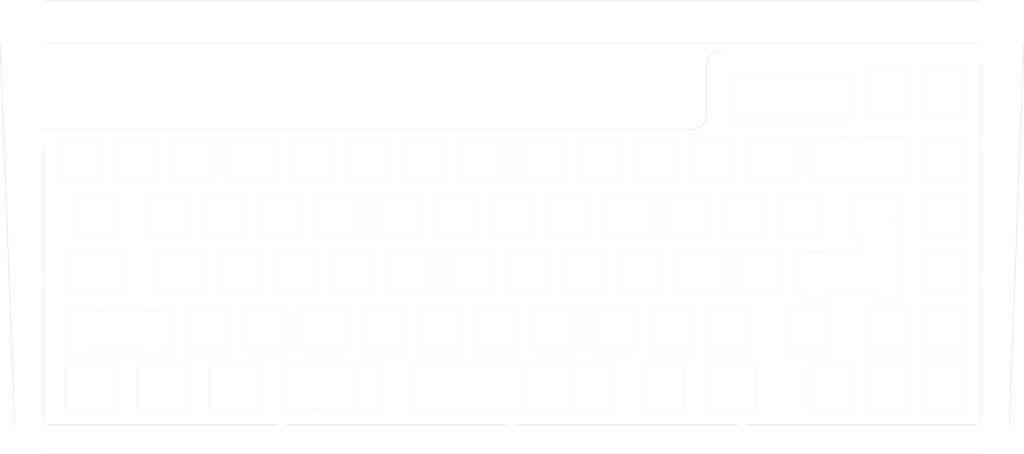
<source format=kicad_pcb>
(kicad_pcb (version 20211014) (generator pcbnew)
  (layers (0 "F.Cu" signal) (31 "B.Cu" signal) (34 "B.Paste" user) (35 "F.Paste" user) (36 "B.SilkS" user "B.Silkscreen") (37 "F.SilkS" user "F.Silkscreen") (38 "B.Mask" user) (39 "F.Mask" user) (44 "Edge.Cuts" user))
  (net 0 "")
  (footprint "MountingHole:MountingHole_2.2mm_M2" (layer "F.Cu") (at 286.5 166.9625)
    (fp_text reference "REF**" hide)
    (fp_text value "MountingHole_2.2mm_M2")
    (pad "" np_thru_hole circle locked (at 0 0) (size 2.2 2.2) (drill 2.2) (layers *.Cu *.Mask))
  )
  (footprint "" (layer "F.Cu") (at 54.9125 73.85)
    (fp_text reference "" (at 0 0) (layer "F.SilkS") (effects (font (size 1.27 1.27))))
    (fp_text value "" (at 0 0) (layer "F.SilkS") (effects (font (size 1.27 1.27))))
    (pad "" np_thru_hole circle locked (at 0 0) (size 2.2 2.2) (drill 2.2) (layers *.Cu *.Mask))
  )
  (footprint "" (layer "F.Cu") (at 54.9125 166.9625)
    (fp_text reference "" (at 0 0) (layer "F.SilkS") (effects (font (size 1.27 1.27))))
    (fp_text value "" (at 0 0) (layer "F.SilkS") (effects (font (size 1.27 1.27))))
    (pad "" np_thru_hole circle locked (at 0 0) (size 2.2 2.2) (drill 2.2) (layers *.Cu *.Mask))
  )
  (footprint "MountingHole:MountingHole_2.2mm_M2" (layer "F.Cu") (at 54.9125 119.2125)
    (fp_text reference "REF**" hide)
    (fp_text value "MountingHole_2.2mm_M2")
    (pad "" np_thru_hole circle locked (at 0 0) (size 2.2 2.2) (drill 2.2) (layers *.Cu *.Mask))
  )
  (footprint "MountingHole:MountingHole_2.2mm_M2" (layer "F.Cu") (at 365.2875 166.9625)
    (fp_text reference "REF**" hide)
    (fp_text value "MountingHole_2.2mm_M2")
    (pad "" np_thru_hole circle locked (at 0 0) (size 2.2 2.2) (drill 2.2) (layers *.Cu *.Mask))
  )
  (footprint "MountingHole:MountingHole_2.2mm_M2" (layer "F.Cu") (at 54.9125 73.85)
    (fp_text reference "REF**" hide)
    (fp_text value "MountingHole_2.2mm_M2")
    (pad "" np_thru_hole circle locked (at 0 0) (size 2.2 2.2) (drill 2.2) (layers *.Cu *.Mask))
  )
  (footprint "MountingHole:MountingHole_2.2mm_M2" (layer "F.Cu") (at 365.2875 73.85)
    (fp_text reference "REF**" hide)
    (fp_text value "MountingHole_2.2mm_M2")
    (pad "" np_thru_hole circle locked (at 0 0) (size 2.2 2.2) (drill 2.2) (layers *.Cu *.Mask))
  )
  (footprint "MountingHole:MountingHole_2.2mm_M2" (layer "F.Cu") (at 54.9125 166.9625)
    (fp_text reference "REF**" hide)
    (fp_text value "MountingHole_2.2mm_M2")
    (pad "" np_thru_hole circle locked (at 0 0) (size 2.2 2.2) (drill 2.2) (layers *.Cu *.Mask))
  )
  (footprint "MountingHole:MountingHole_2.2mm_M2" (layer "F.Cu") (at 365.2875 119.2125)
    (fp_text reference "REF**" hide)
    (fp_text value "MountingHole_2.2mm_M2")
    (pad "" np_thru_hole circle locked (at 0 0) (size 2.2 2.2) (drill 2.2) (layers *.Cu *.Mask))
  )
  (footprint "MountingHole:MountingHole_2.2mm_M2" (layer "F.Cu") (at 210.1 166.9625)
    (fp_text reference "REF**" hide)
    (fp_text value "MountingHole_2.2mm_M2")
    (pad "" np_thru_hole circle locked (at 0 0) (size 2.2 2.2) (drill 2.2) (layers *.Cu *.Mask))
  )
  (footprint "MountingHole:MountingHole_2.2mm_M2" (layer "F.Cu") (at 133.7 166.9625)
    (fp_text reference "REF**" hide)
    (fp_text value "MountingHole_2.2mm_M2")
    (pad "" np_thru_hole circle locked (at 0 0) (size 2.2 2.2) (drill 2.2) (layers *.Cu *.Mask))
  )
  (gr_line (start 207.55 85.125) (end 207.55 72.125) (layer "Edge.Cuts") (width 0.05))
  (gr_line (start 260.7 147.025) (end 254.7 147.025) (layer "Edge.Cuts") (width 0.05))
  (gr_arc (start 131.15 85.125) (mid 131.003553 85.478553) (end 130.65 85.625) (layer "Edge.Cuts") (width 0.05))
  (gr_arc (start 222.2 91.225) (mid 222.346447 90.871447) (end 222.7 90.725) (layer "Edge.Cuts") (width 0.05))
  (gr_arc (start 213.0995 147.025) (mid 213.453053 147.171447) (end 213.5995 147.525) (layer "Edge.Cuts") (width 0.05))
  (gr_line (start 73.35 71.625) (end 60.35 71.625) (layer "Edge.Cuts") (width 0.05))
  (gr_arc (start 187.95 71.625) (mid 188.303553 71.771447) (end 188.45 72.125) (layer "Edge.Cuts") (width 0.05))
  (gr_line (start 203.6 104.725) (end 216.6 104.725) (layer "Edge.Cuts") (width 0.05))
  (gr_line (start 338.3625 91.837) (end 336.475 91.837) (layer "Edge.Cuts") (width 0.05))
  (gr_line (start 227.475 123.825) (end 240.475 123.825) (layer "Edge.Cuts") (width 0.05))
  (gr_line (start 94.2255 143.425) (end 94.225 142.93) (layer "Edge.Cuts") (width 0.05))
  (gr_arc (start 94.2255 143.425) (mid 94.079053 143.778553) (end 93.7255 143.925) (layer "Edge.Cuts") (width 0.05))
  (gr_line (start 202.275 109.825) (end 189.275 109.825) (layer "Edge.Cuts") (width 0.05))
  (gr_line (start 298.6 91.225) (end 298.6 104.225) (layer "Edge.Cuts") (width 0.05))
  (gr_line (start 165.8505 161.525) (end 165.8505 147.525) (layer "Edge.Cuts") (width 0.05))
  (gr_line (start 327.75 142.925) (end 340.75 142.925) (layer "Edge.Cuts") (width 0.05))
  (gr_line (start 110.4875 162.025) (end 125.875 162.025) (layer "Edge.Cuts") (width 0.05))
  (gr_line (start 365.2875 176.675) (end 54.9125 176.675) (layer "Edge.Cuts") (width 0.15))
  (gr_arc (start 215.0375 148.525) (mid 215.183947 148.171447) (end 215.5375 148.025) (layer "Edge.Cuts") (width 0.05))
  (gr_arc (start 291.1125 161.525) (mid 290.966053 161.878553) (end 290.6125 162.025) (layer "Edge.Cuts") (width 0.05))
  (gr_line (start 160.125 129.425) (end 160.125 142.425) (layer "Edge.Cuts") (width 0.05))
  (gr_line (start 176.8375 148.525) (end 176.8375 161.525) (layer "Edge.Cuts") (width 0.05))
  (gr_line (start 307.3745 124.825) (end 313.3745 124.825) (layer "Edge.Cuts") (width 0.05))
  (gr_line (start 260.4 91.225) (end 260.4 104.225) (layer "Edge.Cuts") (width 0.05))
  (gr_arc (start 284.275 110.325) (mid 284.421447 109.971447) (end 284.775 109.825) (layer "Edge.Cuts") (width 0.05))
  (gr_arc (start 256.125 142.925) (mid 255.771447 142.778553) (end 255.625 142.425) (layer "Edge.Cuts") (width 0.05))
  (gr_line (start 207.875 110.325) (end 207.875 123.325) (layer "Edge.Cuts") (width 0.05))
  (gr_line (start 312.1 90.725) (end 299.1 90.725) (layer "Edge.Cuts") (width 0.05))
  (gr_arc (start 202.275 109.825) (mid 202.628553 109.971447) (end 202.775 110.325) (layer "Edge.Cuts") (width 0.05))
  (gr_line (start 150.25 85.125) (end 150.25 72.125) (layer "Edge.Cuts") (width 0.05))
  (gr_line (start 62.7375 162.025) (end 78.125 162.025) (layer "Edge.Cuts") (width 0.05))
  (gr_arc (start 102 148.025) (mid 102.353553 148.171447) (end 102.5 148.525) (layer "Edge.Cuts") (width 0.05))
  (gr_line (start 265.175 110.325) (end 265.175 123.325) (layer "Edge.Cuts") (width 0.05))
  (gr_arc (start 107.6 91.225) (mid 107.746447 90.871447) (end 108.1 90.725) (layer "Edge.Cuts") (width 0.05))
  (gr_arc (start 110.4875 162.025) (mid 110.133947 161.878553) (end 109.9875 161.525) (layer "Edge.Cuts") (width 0.05))
  (gr_line (start 136.25 72.125) (end 136.25 85.125) (layer "Edge.Cuts") (width 0.05))
  (gr_line (start 164.575 123.325) (end 164.575 110.325) (layer "Edge.Cuts") (width 0.05))
  (gr_line (start 273.9 90.725) (end 260.9 90.725) (layer "Edge.Cuts") (width 0.05))
  (gr_arc (start 360.35 123.325) (mid 360.203553 123.678553) (end 359.85 123.825) (layer "Edge.Cuts") (width 0.05))
  (gr_arc (start 290.6125 148.025) (mid 290.966053 148.171447) (end 291.1125 148.525) (layer "Edge.Cuts") (width 0.05))
  (gr_arc (start 253.7375 162.025) (mid 253.383947 161.878553) (end 253.2375 161.525) (layer "Edge.Cuts") (width 0.05))
  (gr_line (start 174.45 72.125) (end 174.45 85.125) (layer "Edge.Cuts") (width 0.05))
  (gr_line (start 322.975 104.725) (end 324.8625 104.725) (layer "Edge.Cuts") (width 0.05))
  (gr_line (start 297.775 109.825) (end 284.775 109.825) (layer "Edge.Cuts") (width 0.05))
  (gr_arc (start 60.35 85.625) (mid 59.996447 85.478553) (end 59.85 85.125) (layer "Edge.Cuts") (width 0.05))
  (gr_arc (start 230.9755 162.025) (mid 230.621947 161.878553) (end 230.4755 161.525) (layer "Edge.Cuts") (width 0.05))
  (gr_line (start 121.1 90.725) (end 108.1 90.725) (layer "Edge.Cuts") (width 0.05))
  (gr_arc (start 174.45 72.125) (mid 174.596447 71.771447) (end 174.95 71.625) (layer "Edge.Cuts") (width 0.05))
  (gr_line (start 333.138 85.625) (end 333.138 86.125) (layer "Edge.Cuts") (width 0.05))
  (gr_arc (start 62.2375 148.525) (mid 62.383947 148.171447) (end 62.7375 148.025) (layer "Edge.Cuts") (width 0.05))
  (gr_arc (start 346.35 129.425) (mid 346.496447 129.071447) (end 346.85 128.925) (layer "Edge.Cuts") (width 0.05))
  (gr_line (start 346.85 123.825) (end 359.85 123.825) (layer "Edge.Cuts") (width 0.05))
  (gr_line (start 106.775 109.825) (end 93.775 109.825) (layer "Edge.Cuts") (width 0.05))
  (gr_arc (start 265.675 123.825) (mid 265.321447 123.678553) (end 265.175 123.325) (layer "Edge.Cuts") (width 0.05))
  (gr_arc (start 93.775 123.825) (mid 93.421447 123.678553) (end 93.275 123.325) (layer "Edge.Cuts") (width 0.05))
  (gr_line (start 324.8625 104.725) (end 324.8625 109.825) (layer "Edge.Cuts") (width 0.05))
  (gr_arc (start 78.95 72.125) (mid 79.096447 71.771447) (end 79.45 71.625) (layer "Edge.Cuts") (width 0.05))
  (gr_arc (start 157.4125 161.525) (mid 157.266053 161.878553) (end 156.9125 162.025) (layer "Edge.Cuts") (width 0.05))
  (gr_line (start 260.9 104.725) (end 273.9 104.725) (layer "Edge.Cuts") (width 0.05))
  (gr_arc (start 322.275 65.25) (mid 322.05533 65.78033) (end 321.525 66) (layer "Edge.Cuts") (width 0.05))
  (gr_line (start 256.125 142.925) (end 269.125 142.925) (layer "Edge.Cuts") (width 0.05))
  (gr_arc (start 217.425 129.425) (mid 217.571447 129.071447) (end 217.925 128.925) (layer "Edge.Cuts") (width 0.05))
  (gr_arc (start 253.2375 148.525) (mid 253.383947 148.171447) (end 253.7375 148.025) (layer "Edge.Cuts") (width 0.05))
  (gr_arc (start 245.25 71.625) (mid 245.603553 71.771447) (end 245.75 72.125) (layer "Edge.Cuts") (width 0.05))
  (gr_line (start 92.45 71.625) (end 79.45 71.625) (layer "Edge.Cuts") (width 0.05))
  (gr_line (start 282.275 51.25) (end 282.275 65) (layer "Edge.Cuts") (width 0.05))
  (gr_arc (start 80.5125 109.825) (mid 80.866053 109.971447) (end 81.0125 110.325) (layer "Edge.Cuts") (width 0.05))
  (gr_arc (start 346.85 123.825) (mid 346.496447 123.678553) (end 346.35 123.325) (layer "Edge.Cuts") (width 0.05))
  (gr_arc (start 110.4875 162.025) (mid 110.133947 161.878553) (end 109.9875 161.525) (layer "Edge.Cuts") (width 0.05))
  (gr_arc (start 236.2 104.225) (mid 236.053553 104.578553) (end 235.7 104.725) (layer "Edge.Cuts") (width 0.05))
  (gr_line (start 322.475 91.225) (end 322.475 104.225) (layer "Edge.Cuts") (width 0.05))
  (gr_line (start 365.2875 40.5875) (end 54.9125 40.5875) (layer "Edge.Cuts") (width 0.15))
  (gr_line (start 187.95 71.625) (end 174.95 71.625) (layer "Edge.Cuts") (width 0.05))
  (gr_line (start 131.475 110.325) (end 131.475 123.325) (layer "Edge.Cuts") (width 0.05))
  (gr_line (start 283.45 71.625) (end 270.45 71.625) (layer "Edge.Cuts") (width 0.05))
  (gr_line (start 78.625 104.225) (end 78.625 91.225) (layer "Edge.Cuts") (width 0.05))
  (gr_line (start 78.125 148.025) (end 62.7375 148.025) (layer "Edge.Cuts") (width 0.05))
  (gr_line (start 338.3625 115.713) (end 337.7505 115.713) (layer "Edge.Cuts") (width 0.05))
  (gr_line (start 338.8625 113.775) (end 338.8625 100.775) (layer "Edge.Cuts") (width 0.05))
  (gr_arc (start 154.525 128.925) (mid 154.878553 129.071447) (end 155.025 129.425) (layer "Edge.Cuts") (width 0.05))
  (gr_arc (start 146.4 147.025) (mid 146.753553 147.171447) (end 146.9 147.525) (layer "Edge.Cuts") (width 0.05))
  (gr_arc (start 207.05 71.625) (mid 207.403553 71.771447) (end 207.55 72.125) (layer "Edge.Cuts") (width 0.05))
  (gr_line (start 254.2 148.025) (end 253.7375 148.025) (layer "Edge.Cuts") (width 0.05))
  (gr_arc (start 346.85 85.625) (mid 346.496447 85.478553) (end 346.35 85.125) (layer "Edge.Cuts") (width 0.05))
  (gr_arc (start 338.8625 113.775) (mid 338.716053 114.128553) (end 338.3625 114.275) (layer "Edge.Cuts") (width 0.05))
  (gr_line (start 183.175 109.825) (end 170.175 109.825) (layer "Edge.Cuts") (width 0.05))
  (gr_arc (start 62.2375 110.325) (mid 62.383947 109.971447) (end 62.7375 109.825) (layer "Edge.Cuts") (width 0.05))
  (gr_arc (start 229.0375 161.525) (mid 228.891053 161.878553) (end 228.5375 162.025) (layer "Edge.Cuts") (width 0.05))
  (gr_line (start 194.05 162.025) (end 207.05 162.025) (layer "Edge.Cuts") (width 0.05))
  (gr_line (start 102 90.725) (end 89 90.725) (layer "Edge.Cuts") (width 0.05))
  (gr_arc (start 274.5625 47.5875) (mid 275.961065 44.211065) (end 279.3375 42.8125) (layer "Edge.Cuts") (width 0.15))
  (gr_arc (start 109.9875 148.525) (mid 110.133947 148.171447) (end 110.4875 148.025) (layer "Edge.Cuts") (width 0.05))
  (gr_arc (start 264.85 85.125) (mid 264.703553 85.478553) (end 264.35 85.625) (layer "Edge.Cuts") (width 0.05))
  (gr_line (start 203.1 91.225) (end 203.1 104.225) (layer "Edge.Cuts") (width 0.05))
  (gr_line (start 215.0375 148.525) (end 215.0375 161.525) (layer "Edge.Cuts") (width 0.05))
  (gr_arc (start 298.275 123.325) (mid 298.128553 123.678553) (end 297.775 123.825) (layer "Edge.Cuts") (width 0.05))
  (gr_line (start 112.375 110.325) (end 112.375 123.325) (layer "Edge.Cuts") (width 0.05))
  (gr_line (start 228.5375 148.025) (end 215.5375 148.025) (layer "Edge.Cuts") (width 0.05))
  (gr_line (start 274.725 129.425) (end 274.725 142.425) (layer "Edge.Cuts") (width 0.05))
  (gr_line (start 255.3 104.225) (end 255.3 91.225) (layer "Edge.Cuts") (width 0.05))
  (gr_arc (start 102.5 104.225) (mid 102.353553 104.578553) (end 102 104.725) (layer "Edge.Cuts") (width 0.05))
  (gr_line (start 336.475 91.837) (end 336.475 91.225) (layer "Edge.Cuts") (width 0.05))
  (gr_line (start 250.525 142.425) (end 250.525 129.425) (layer "Edge.Cuts") (width 0.05))
  (gr_line (start 126.375 123.325) (end 126.375 110.325) (layer "Edge.Cuts") (width 0.05))
  (gr_arc (start 141.025 129.425) (mid 141.171447 129.071447) (end 141.525 128.925) (layer "Edge.Cuts") (width 0.05))
  (gr_line (start 102.5 104.225) (end 102.5 91.225) (layer "Edge.Cuts") (width 0.05))
  (gr_arc (start 280 104.725) (mid 279.646447 104.578553) (end 279.5 104.225) (layer "Edge.Cuts") (width 0.05))
  (gr_line (start 253.7375 162.025) (end 266.7375 162.025) (layer "Edge.Cuts") (width 0.05))
  (gr_arc (start 176.8375 148.525) (mid 176.983947 148.171447) (end 177.3375 148.025) (layer "Edge.Cuts") (width 0.05))
  (gr_arc (start 322.15 161.525) (mid 322.003553 161.878553) (end 321.65 162.025) (layer "Edge.Cuts") (width 0.05))
  (gr_arc (start 215.5375 162.025) (mid 215.183947 161.878553) (end 215.0375 161.525) (layer "Edge.Cuts") (width 0.05))
  (gr_arc (start 327.75 142.925) (mid 327.396447 142.778553) (end 327.25 142.425) (layer "Edge.Cuts") (width 0.05))
  (gr_line (start 206.5995 147.525) (end 206.5995 148.02) (layer "Edge.Cuts") (width 0.05))
  (gr_line (start 117.65 85.625) (end 130.65 85.625) (layer "Edge.Cuts") (width 0.05))
  (gr_line (start 340.75 148.025) (end 327.75 148.025) (layer "Edge.Cuts") (width 0.05))
  (gr_line (start 329.3125 123.325) (end 329.3125 122.713) (layer "Edge.Cuts") (width 0.05))
  (gr_line (start 330.7505 122.713) (end 330.7505 124.325) (layer "Edge.Cuts") (width 0.05))
  (gr_line (start 221.375 109.825) (end 208.375 109.825) (layer "Edge.Cuts") (width 0.05))
  (gr_arc (start 340.75 128.925) (mid 341.103553 129.071447) (end 341.25 129.425) (layer "Edge.Cuts") (width 0.05))
  (gr_arc (start 359.85 71.625) (mid 360.203553 71.771447) (end 360.35 72.125) (layer "Edge.Cuts") (width 0.05))
  (gr_line (start 327.025 48) (end 327.025 65.75) (layer "Edge.Cuts") (width 0.05))
  (gr_line (start 327.025 65.75) (end 341.525 65.75) (layer "Edge.Cuts") (width 0.05))
  (gr_arc (start 275.225 162.025) (mid 274.871447 161.878553) (end 274.725 161.525) (layer "Edge.Cuts") (width 0.05))
  (gr_arc (start 359.85 148.025) (mid 360.203553 148.171447) (end 360.35 148.525) (layer "Edge.Cuts") (width 0.05))
  (gr_line (start 140.2 90.725) (end 127.2 90.725) (layer "Edge.Cuts") (width 0.05))
  (gr_arc (start 155.35 72.125) (mid 155.496447 71.771447) (end 155.85 71.625) (layer "Edge.Cuts") (width 0.05))
  (gr_line (start 283.95 85.125) (end 283.95 72.125) (layer "Edge.Cuts") (width 0.05))
  (gr_line (start 116.825 142.425) (end 116.825 129.425) (layer "Edge.Cuts") (width 0.05))
  (gr_line (start 134.9745 147.525) (end 134.9745 161.525) (layer "Edge.Cuts") (width 0.05))
  (gr_arc (start 346.35 110.325) (mid 346.496447 109.971447) (end 346.85 109.825) (layer "Edge.Cuts") (width 0.05))
  (gr_line (start 143.9125 162.025) (end 156.9125 162.025) (layer "Edge.Cuts") (width 0.05))
  (gr_line (start 213.5995 161.525) (end 213.5995 147.525) (layer "Edge.Cuts") (width 0.05))
  (gr_arc (start 213.15 85.625) (mid 212.796447 85.478553) (end 212.65 85.125) (layer "Edge.Cuts") (width 0.05))
  (gr_arc (start 203.6 104.725) (mid 203.246447 104.578553) (end 203.1 104.225) (layer "Edge.Cuts") (width 0.05))
  (gr_arc (start 150.575 110.325) (mid 150.721447 109.971447) (end 151.075 109.825) (layer "Edge.Cuts") (width 0.05))
  (gr_line (start 62.7375 123.825) (end 80.5125 123.825) (layer "Edge.Cuts") (width 0.05))
  (gr_line (start 324.8625 109.825) (end 303.875 109.825) (layer "Edge.Cuts") (width 0.05))
  (gr_arc (start 87.7255 143.925) (mid 87.371947 143.778553) (end 87.2255 143.425) (layer "Edge.Cuts") (width 0.05))
  (gr_line (start 313.8745 124.325) (end 313.8745 123.825) (layer "Edge.Cuts") (width 0.05))
  (gr_line (start 235.7 90.725) (end 222.7 90.725) (layer "Edge.Cuts") (width 0.05))
  (gr_line (start 293 90.725) (end 280 90.725) (layer "Edge.Cuts") (width 0.05))
  (gr_arc (start 213.5995 161.525) (mid 213.453053 161.878553) (end 213.0995 162.025) (layer "Edge.Cuts") (width 0.05))
  (gr_arc (start 164.9 91.225) (mid 165.046447 90.871447) (end 165.4 90.725) (layer "Edge.Cuts") (width 0.05))
  (gr_arc (start 240.975 123.325) (mid 240.828553 123.678553) (end 240.475 123.825) (layer "Edge.Cuts") (width 0.05))
  (gr_line (start 360.35 104.225) (end 360.35 91.225) (layer "Edge.Cuts") (width 0.05))
  (gr_line (start 145.475 123.325) (end 145.475 110.325) (layer "Edge.Cuts") (width 0.05))
  (gr_arc (start 338.3625 115.713) (mid 338.716053 115.859447) (end 338.8625 116.213) (layer "Edge.Cuts") (width 0.05))
  (gr_line (start 112.05 85.125) (end 112.05 72.125) (layer "Edge.Cuts") (width 0.05))
  (gr_arc (start 183.175 109.825) (mid 183.528553 109.971447) (end 183.675 110.325) (layer "Edge.Cuts") (width 0.05))
  (gr_arc (start 314.9875 142.425) (mid 314.841053 142.778553) (end 314.4875 142.925) (layer "Edge.Cuts") (width 0.05))
  (gr_line (start 245.75 85.125) (end 245.75 72.125) (layer "Edge.Cuts") (width 0.05))
  (gr_line (start 193.225 142.425) (end 193.225 129.425) (layer "Edge.Cuts") (width 0.05))
  (gr_arc (start 211.825 128.925) (mid 212.178553 129.071447) (end 212.325 129.425) (layer "Edge.Cuts") (width 0.05))
  (gr_line (start 98.55 85.625) (end 111.55 85.625) (layer "Edge.Cuts") (width 0.05))
  (gr_line (start 279.5 91.225) (end 279.5 104.225) (layer "Edge.Cuts") (width 0.05))
  (gr_line (start 346.85 162.025) (end 359.85 162.025) (layer "Edge.Cuts") (width 0.05))
  (gr_arc (start 127.2 104.725) (mid 126.846447 104.578553) (end 126.7 104.225) (layer "Edge.Cuts") (width 0.05))
  (gr_line (start 155.85 85.625) (end 168.85 85.625) (layer "Edge.Cuts") (width 0.05))
  (gr_arc (start 112.05 85.125) (mid 111.903553 85.478553) (end 111.55 85.625) (layer "Edge.Cuts") (width 0.05))
  (gr_arc (start 112.875 123.825) (mid 112.521447 123.678553) (end 112.375 123.325) (layer "Edge.Cuts") (width 0.05))
  (gr_line (start 340.75 71.625) (end 327.75 71.625) (layer "Edge.Cuts") (width 0.05))
  (gr_arc (start 340.75 71.625) (mid 341.103553 71.771447) (end 341.25 72.125) (layer "Edge.Cuts") (width 0.05))
  (gr_line (start 70.3495 143.425) (end 70.345 142.93) (layer "Edge.Cuts") (width 0.05))
  (gr_arc (start 193.55 72.125) (mid 193.696447 71.771447) (end 194.05 71.625) (layer "Edge.Cuts") (width 0.05))
  (gr_arc (start 63.8495 143.925) (mid 63.495947 143.778553) (end 63.3495 143.425) (layer "Edge.Cuts") (width 0.05))
  (gr_line (start 314.4875 128.925) (end 301.4875 128.925) (layer "Edge.Cuts") (width 0.05))
  (gr_arc (start 165.3505 147.025) (mid 165.704053 147.171447) (end 165.8505 147.525) (layer "Edge.Cuts") (width 0.05))
  (gr_line (start 157.4125 161.525) (end 157.4125 148.525) (layer "Edge.Cuts") (width 0.05))
  (gr_line (start 93.7255 128.925) (end 87.7255 128.925) (layer "Edge.Cuts") (width 0.05))
  (gr_arc (start 346.85 142.925) (mid 346.496447 142.778553) (end 346.35 142.425) (layer "Edge.Cuts") (width 0.05))
  (gr_line (start 266.7375 148.025) (end 261.2 148.025) (layer "Edge.Cuts") (width 0.05))
  (gr_line (start 222.7 104.725) (end 235.7 104.725) (layer "Edge.Cuts") (width 0.05))
  (gr_line (start 360.35 161.525) (end 360.35 148.525) (layer "Edge.Cuts") (width 0.05))
  (gr_line (start 103.325 142.925) (end 116.325 142.925) (layer "Edge.Cuts") (width 0.05))
  (gr_line (start 62.2375 148.525) (end 62.2375 161.525) (layer "Edge.Cuts") (width 0.05))
  (gr_line (start 135.425 128.925) (end 122.425 128.925) (layer "Edge.Cuts") (width 0.05))
  (gr_line (start 198.825 142.925) (end 211.825 142.925) (layer "Edge.Cuts") (width 0.05))
  (gr_arc (start 184 91.225) (mid 184.146447 90.871447) (end 184.5 90.725) (layer "Edge.Cuts") (width 0.05))
  (gr_line (start 274.4 104.225) (end 274.4 91.225) (layer "Edge.Cuts") (width 0.05))
  (gr_arc (start 206.5995 147.525) (mid 206.745947 147.171447) (end 207.0995 147.025) (layer "Edge.Cuts") (width 0.05))
  (gr_arc (start 251.35 85.625) (mid 250.996447 85.478553) (end 250.85 85.125) (layer "Edge.Cuts") (width 0.05))
  (gr_arc (start 270.45 85.625) (mid 270.096447 85.478553) (end 269.95 85.125) (layer "Edge.Cuts") (width 0.05))
  (gr_line (start 346.35 110.325) (end 346.35 123.325) (layer "Edge.Cuts") (width 0.05))
  (gr_line (start 188.45 85.125) (end 188.45 72.125) (layer "Edge.Cuts") (width 0.05))
  (gr_arc (start 346.85 104.725) (mid 346.496447 104.578553) (end 346.35 104.225) (layer "Edge.Cuts") (width 0.05))
  (gr_arc (start 73.85 85.125) (mid 73.703553 85.478553) (end 73.35 85.625) (layer "Edge.Cuts") (width 0.05))
  (gr_line (start 168.85 71.625) (end 155.85 71.625) (layer "Edge.Cuts") (width 0.05))
  (gr_line (start 237.025 142.925) (end 250.025 142.925) (layer "Edge.Cuts") (width 0.05))
  (gr_line (start 327.25 129.425) (end 327.25 142.425) (layer "Edge.Cuts") (width 0.05))
  (gr_line (start 213.0995 147.025) (end 207.0995 147.025) (layer "Edge.Cuts") (width 0.05))
  (gr_line (start 240.475 109.825) (end 227.475 109.825) (layer "Edge.Cuts") (width 0.05))
  (gr_line (start 63.3495 142.93) (end 63.3495 143.425) (layer "Edge.Cuts") (width 0.05))
  (gr_line (start 146.3 104.725) (end 159.3 104.725) (layer "Edge.Cuts") (width 0.05))
  (gr_arc (start 156.9125 148.025) (mid 157.266053 148.171447) (end 157.4125 148.525) (layer "Edge.Cuts") (width 0.05))
  (gr_arc (start 340.75 148.025) (mid 341.103553 148.171447) (end 341.25 148.525) (layer "Edge.Cuts") (width 0.05))
  (gr_arc (start 106.775 109.825) (mid 107.128553 109.971447) (end 107.275 110.325) (layer "Edge.Cuts") (width 0.05))
  (gr_arc (start 62.7375 162.025) (mid 62.383947 161.878553) (end 62.2375 161.525) (layer "Edge.Cuts") (width 0.05))
  (gr_arc (start 242.1125 161.525) (mid 241.966053 161.878553) (end 241.6125 162.025) (layer "Edge.Cuts") (width 0.05))
  (gr_line (start 316.262 85.625) (end 333.138 85.625) (layer "Edge.Cuts") (width 0.05))
  (gr_line (start 81.0125 123.325) (end 81.0125 110.325) (layer "Edge.Cuts") (width 0.05))
  (gr_arc (start 134.9745 147.525) (mid 135.120947 147.171447) (end 135.4745 147.025) (layer "Edge.Cuts") (width 0.05))
  (gr_line (start 97.725 142.425) (end 97.725 129.425) (layer "Edge.Cuts") (width 0.05))
  (gr_line (start 261.2 148.025) (end 261.2 147.525) (layer "Edge.Cuts") (width 0.05))
  (gr_line (start 62.7375 142.925) (end 63.3495 142.93) (layer "Edge.Cuts") (width 0.05))
  (gr_arc (start 254.2 147.525) (mid 254.346447 147.171447) (end 254.7 147.025) (layer "Edge.Cuts") (width 0.05))
  (gr_line (start 198 104.225) (end 198 91.225) (layer "Edge.Cuts") (width 0.05))
  (gr_line (start 267.2375 161.525) (end 267.2375 148.525) (layer "Edge.Cuts") (width 0.05))
  (gr_arc (start 360.35 85.125) (mid 360.203553 85.478553) (end 359.85 85.625) (layer "Edge.Cuts") (width 0.05))
  (gr_arc (start 78.125 148.025) (mid 78.478553 148.171447) (end 78.625 148.525) (layer "Edge.Cuts") (width 0.05))
  (gr_line (start 136.75 85.625) (end 149.75 85.625) (layer "Edge.Cuts") (width 0.05))
  (gr_arc (start 267.2375 161.525) (mid 267.091053 161.878553) (end 266.7375 162.025) (layer "Edge.Cuts") (width 0.05))
  (gr_line (start 64.625 91.225) (end 64.625 104.225) (layer "Edge.Cuts") (width 0.05))
  (gr_line (start 254.2 148.02) (end 254.2 147.525) (layer "Edge.Cuts") (width 0.05))
  (gr_line (start 193.55 72.125) (end 193.55 85.125) (layer "Edge.Cuts") (width 0.05))
  (gr_line (start 63.8495 143.925) (end 69.8495 143.925) (layer "Edge.Cuts") (width 0.05))
  (gr_line (start 169.675 110.325) (end 169.675 123.325) (layer "Edge.Cuts") (width 0.05))
  (gr_arc (start 78.625 104.225) (mid 78.478553 104.578553) (end 78.125 104.725) (layer "Edge.Cuts") (width 0.05))
  (gr_arc (start 86.6125 162.025) (mid 86.258947 161.878553) (end 86.1125 161.525) (layer "Edge.Cuts") (width 0.05))
  (gr_arc (start 164.075 109.825) (mid 164.428553 109.971447) (end 164.575 110.325) (layer "Edge.Cuts") (width 0.05))
  (gr_line (start 189.275 123.825) (end 202.275 123.825) (layer "Edge.Cuts") (width 0.05))
  (gr_arc (start 221.375 109.825) (mid 221.728553 109.971447) (end 221.875 110.325) (layer "Edge.Cuts") (width 0.05))
  (gr_line (start 337.7505 124.325) (end 337.7505 122.713) (layer "Edge.Cuts") (width 0.05))
  (gr_arc (start 145.475 123.325) (mid 145.328553 123.678553) (end 144.975 123.825) (layer "Edge.Cuts") (width 0.05))
  (gr_line (start 127.2 104.725) (end 140.2 104.725) (layer "Edge.Cuts") (width 0.05))
  (gr_arc (start 321.65 148.025) (mid 322.003553 148.171447) (end 322.15 148.525) (layer "Edge.Cuts") (width 0.05))
  (gr_line (start 246.075 110.325) (end 246.075 123.325) (layer "Edge.Cuts") (width 0.05))
  (gr_arc (start 92.45 71.625) (mid 92.803553 71.771447) (end 92.95 72.125) (layer "Edge.Cuts") (width 0.05))
  (gr_arc (start 279.175 123.325) (mid 279.028553 123.678553) (end 278.675 123.825) (layer "Edge.Cuts") (width 0.05))
  (gr_arc (start 212.65 72.125) (mid 212.796447 71.771447) (end 213.15 71.625) (layer "Edge.Cuts") (width 0.05))
  (gr_line (start 346.35 148.525) (end 346.35 161.525) (layer "Edge.Cuts") (width 0.05))
  (gr_line (start 215.5375 162.025) (end 228.5375 162.025) (layer "Edge.Cuts") (width 0.05))
  (gr_line (start 229.0375 161.525) (end 229.0375 148.525) (layer "Edge.Cuts") (width 0.05))
  (gr_line (start 178.4 90.725) (end 165.4 90.725) (layer "Edge.Cuts") (width 0.05))
  (gr_arc (start 160.125 129.425) (mid 160.271447 129.071447) (end 160.625 128.925) (layer "Edge.Cuts") (width 0.05))
  (gr_line (start 216.6 90.725) (end 203.6 90.725) (layer "Edge.Cuts") (width 0.05))
  (gr_line (start 117.15 72.125) (end 117.15 85.125) (layer "Edge.Cuts") (width 0.05))
  (gr_line (start 267.2375 161.525) (end 267.2375 148.525) (layer "Edge.Cuts") (width 0.05))
  (gr_arc (start 289.55 85.625) (mid 289.196447 85.478553) (end 289.05 85.125) (layer "Edge.Cuts") (width 0.05))
  (gr_line (start 188.775 110.325) (end 188.775 123.325) (layer "Edge.Cuts") (width 0.05))
  (gr_arc (start 62.2375 129.425) (mid 62.383947 129.071447) (end 62.7375 128.925) (layer "Edge.Cuts") (width 0.05))
  (gr_line (start 102 148.025) (end 86.6125 148.025) (layer "Edge.Cuts") (width 0.05))
  (gr_line (start 230.925 128.925) (end 217.925 128.925) (layer "Edge.Cuts") (width 0.05))
  (gr_line (start 122.425 142.925) (end 135.425 142.925) (layer "Edge.Cuts") (width 0.05))
  (gr_arc (start 313.8745 124.325) (mid 313.728053 124.678553) (end 313.3745 124.825) (layer "Edge.Cuts") (width 0.05))
  (gr_line (start 253.2375 148.525) (end 253.2375 161.525) (layer "Edge.Cuts") (width 0.05))
  (gr_arc (start 59.85 72.125) (mid 59.996447 71.771447) (end 60.35 71.625) (layer "Edge.Cuts") (width 0.05))
  (gr_line (start 208.375 123.825) (end 221.375 123.825) (layer "Edge.Cuts") (width 0.05))
  (gr_arc (start 131.975 123.825) (mid 131.621447 123.678553) (end 131.475 123.325) (layer "Edge.Cuts") (width 0.05))
  (gr_line (start 254.8 90.725) (end 241.8 90.725) (layer "Edge.Cuts") (width 0.05))
  (gr_line (start 337.7505 122.713) (end 338.3625 122.713) (layer "Edge.Cuts") (width 0.05))
  (gr_line (start 259.575 109.825) (end 246.575 109.825) (layer "Edge.Cuts") (width 0.05))
  (gr_line (start 131.975 123.825) (end 144.975 123.825) (layer "Edge.Cuts") (width 0.05))
  (gr_line (start 322.15 161.525) (end 322.15 148.525) (layer "Edge.Cuts") (width 0.05))
  (gr_line (start 102.825 129.425) (end 102.825 142.425) (layer "Edge.Cuts") (width 0.05))
  (gr_arc (start 274.5625 64.3) (mid 273.163935 67.676435) (end 269.7875 69.075) (layer "Edge.Cuts") (width 0.15))
  (gr_line (start 331.2 71.625) (end 318.2 71.625) (layer "Edge.Cuts") (width 0.05))
  (gr_arc (start 260.7 147.025) (mid 261.053553 147.171447) (end 261.2 147.525) (layer "Edge.Cuts") (width 0.05))
  (gr_line (start 78.625 161.525) (end 78.625 148.525) (layer "Edge.Cuts") (width 0.05))
  (gr_arc (start 126.375 123.325) (mid 126.228553 123.678553) (end 125.875 123.825) (layer "Edge.Cuts") (width 0.05))
  (gr_line (start 341.525 48) (end 327.025 48) (layer "Edge.Cuts") (width 0.05))
  (gr_line (start 179.725 142.925) (end 192.725 142.925) (layer "Edge.Cuts") (width 0.05))
  (gr_arc (start 297.775 109.825) (mid 298.128553 109.971447) (end 298.275 110.325) (layer "Edge.Cuts") (width 0.05))
  (gr_arc (start 290.6125 148.025) (mid 290.966053 148.171447) (end 291.1125 148.525) (layer "Edge.Cuts") (width 0.05))
  (gr_line (start 340.75 128.925) (end 327.75 128.925) (layer "Edge.Cuts") (width 0.05))
  (gr_arc (start 279.5 91.225) (mid 279.646447 90.871447) (end 280 90.725) (layer "Edge.Cuts") (width 0.05))
  (gr_arc (start 122.425 142.925) (mid 122.071447 142.778553) (end 121.925 142.425) (layer "Edge.Cuts") (width 0.05))
  (gr_line (start 158.8505 147.525) (end 158.8505 161.525) (layer "Edge.Cuts") (width 0.05))
  (gr_line (start 108.1 104.725) (end 121.1 104.725) (layer "Edge.Cuts") (width 0.05))
  (gr_line (start 207.05 71.625) (end 194.05 71.625) (layer "Edge.Cuts") (width 0.05))
  (gr_line (start 94.225 142.93) (end 97.225 142.925) (layer "Edge.Cuts") (width 0.05))
  (gr_arc (start 178.9 104.225) (mid 178.753553 104.578553) (end 178.4 104.725) (layer "Edge.Cuts") (width 0.05))
  (gr_line (start 59.85 72.125) (end 59.85 85.125) (layer "Edge.Cuts") (width 0.05))
  (gr_line (start 184.5 104.725) (end 197.5 104.725) (layer "Edge.Cuts") (width 0.05))
  (gr_line (start 360.525 48) (end 346.025 48) (layer "Edge.Cuts") (width 0.05))
  (gr_arc (start 241.3 91.225) (mid 241.446447 90.871447) (end 241.8 90.725) (layer "Edge.Cuts") (width 0.05))
  (gr_arc (start 116.825 142.425) (mid 116.678553 142.778553) (end 116.325 142.925) (layer "Edge.Cuts") (width 0.05))
  (gr_line (start 374.8375 166.9625) (end 379.6125 40.5875) (layer "Edge.Cuts") (width 0.15))
  (gr_arc (start 174.95 85.625) (mid 174.596447 85.478553) (end 174.45 85.125) (layer "Edge.Cuts") (width 0.05))
  (gr_arc (start 288.225 128.925) (mid 288.578553 129.071447) (end 288.725 129.425) (layer "Edge.Cuts") (width 0.05))
  (gr_arc (start 109.9875 148.525) (mid 110.133947 148.171447) (end 110.4875 148.025) (layer "Edge.Cuts") (width 0.05))
  (gr_arc (start 165.8505 161.525) (mid 165.704053 161.878553) (end 165.3505 162.025) (layer "Edge.Cuts") (width 0.05))
  (gr_arc (start 237.025 142.925) (mid 236.671447 142.778553) (end 236.525 142.425) (layer "Edge.Cuts") (width 0.05))
  (gr_arc (start 197.5 90.725) (mid 197.853553 90.871447) (end 198 91.225) (layer "Edge.Cuts") (width 0.05))
  (gr_arc (start 260.075 123.325) (mid 259.928553 123.678553) (end 259.575 123.825) (layer "Edge.Cuts") (width 0.05))
  (gr_arc (start 121.6 104.225) (mid 121.453553 104.578553) (end 121.1 104.725) (layer "Edge.Cuts") (width 0.05))
  (gr_arc (start 322.975 104.725) (mid 322.621447 104.578553) (end 322.475 104.225) (layer "Edge.Cuts") (width 0.05))
  (gr_arc (start 144.975 109.825) (mid 145.328553 109.971447) (end 145.475 110.325) (layer "Edge.Cuts") (width 0.05))
  (gr_arc (start 255.625 129.425) (mid 255.771447 129.071447) (end 256.125 128.925) (layer "Edge.Cuts") (width 0.05))
  (gr_arc (start 125.875 148.025) (mid 126.228553 148.171447) (end 126.375 148.525) (layer "Edge.Cuts") (width 0.05))
  (gr_arc (start 179.725 142.925) (mid 179.371447 142.778553) (end 179.225 142.425) (layer "Edge.Cuts") (width 0.05))
  (gr_arc (start 360.35 104.225) (mid 360.203553 104.578553) (end 359.85 104.725) (layer "Edge.Cuts") (width 0.05))
  (gr_line (start 321.65 71.625) (end 308.65 71.625) (layer "Edge.Cuts") (width 0.05))
  (gr_arc (start 316.262 86.125) (mid 316.115553 86.478553) (end 315.762 86.625) (layer "Edge.Cuts") (width 0.05))
  (gr_line (start 140.7 104.225) (end 140.7 91.225) (layer "Edge.Cuts") (width 0.05))
  (gr_line (start 92.95 85.125) (end 92.95 72.125) (layer "Edge.Cuts") (width 0.05))
  (gr_arc (start 360.35 161.525) (mid 360.203553 161.878553) (end 359.85 162.025) (layer "Edge.Cuts") (width 0.05))
  (gr_arc (start 126.7 91.225) (mid 126.846447 90.871447) (end 127.2 90.725) (layer "Edge.Cuts") (width 0.05))
  (gr_line (start 236.2 104.225) (end 236.2 91.225) (layer "Edge.Cuts") (width 0.05))
  (gr_arc (start 283.45 71.625) (mid 283.803553 71.771447) (end 283.95 72.125) (layer "Edge.Cuts") (width 0.05))
  (gr_arc (start 173.625 128.925) (mid 173.978553 129.071447) (end 174.125 129.425) (layer "Edge.Cuts") (width 0.05))
  (gr_arc (start 293 90.725) (mid 293.353553 90.871447) (end 293.5 91.225) (layer "Edge.Cuts") (width 0.05))
  (gr_arc (start 198 104.225) (mid 197.853553 104.578553) (end 197.5 104.725) (layer "Edge.Cuts") (width 0.05))
  (gr_line (start 330.7505 122.713) (end 329.3125 122.713) (layer "Edge.Cuts") (width 0.05))
  (gr_arc (start 159.8 104.225) (mid 159.653553 104.578553) (end 159.3 104.725) (layer "Edge.Cuts") (width 0.05))
  (gr_line (start 145.8 91.225) (end 145.8 104.225) (layer "Edge.Cuts") (width 0.05))
  (gr_arc (start 300.9875 129.425) (mid 301.133947 129.071447) (end 301.4875 128.925) (layer "Edge.Cuts") (width 0.05))
  (gr_line (start 62.2375 129.425) (end 62.2375 142.425) (layer "Edge.Cuts") (width 0.05))
  (gr_line (start 112.875 123.825) (end 125.875 123.825) (layer "Edge.Cuts") (width 0.05))
  (gr_arc (start 274.725 148.525) (mid 274.871447 148.171447) (end 275.225 148.025) (layer "Edge.Cuts") (width 0.05))
  (gr_line (start 151.075 123.825) (end 164.075 123.825) (layer "Edge.Cuts") (width 0.05))
  (gr_arc (start 183.675 123.325) (mid 183.528553 123.678553) (end 183.175 123.825) (layer "Edge.Cuts") (width 0.05))
  (gr_arc (start 359.85 128.925) (mid 360.203553 129.071447) (end 360.35 129.425) (layer "Edge.Cuts") (width 0.05))
  (gr_line (start 338.8625 122.213) (end 338.8625 116.213) (layer "Edge.Cuts") (width 0.05))
  (gr_line (start 327.75 162.025) (end 340.75 162.025) (layer "Edge.Cuts") (width 0.05))
  (gr_arc (start 135.425 128.925) (mid 135.778553 129.071447) (end 135.925 129.425) (layer "Edge.Cuts") (width 0.05))
  (gr_arc (start 303.375 110.325) (mid 303.521447 109.971447) (end 303.875 109.825) (layer "Edge.Cuts") (width 0.05))
  (gr_arc (start 346.35 91.225) (mid 346.496447 90.871447) (end 346.85 90.725) (layer "Edge.Cuts") (width 0.05))
  (gr_arc (start 112.375 110.325) (mid 112.521447 109.971447) (end 112.875 109.825) (layer "Edge.Cuts") (width 0.05))
  (gr_line (start 279.175 123.325) (end 279.175 110.325) (layer "Edge.Cuts") (width 0.05))
  (gr_arc (start 126.375 161.525) (mid 126.228553 161.878553) (end 125.875 162.025) (layer "Edge.Cuts") (width 0.05))
  (gr_line (start 221.875 123.325) (end 221.875 110.325) (layer "Edge.Cuts") (width 0.05))
  (gr_line (start 78.125 90.725) (end 65.125 90.725) (layer "Edge.Cuts") (width 0.05))
  (gr_line (start 341.25 85.125) (end 341.25 72.125) (layer "Edge.Cuts") (width 0.05))
  (gr_arc (start 150.25 85.125) (mid 150.103553 85.478553) (end 149.75 85.625) (layer "Edge.Cuts") (width 0.05))
  (gr_arc (start 188.45 85.125) (mid 188.303553 85.478553) (end 187.95 85.625) (layer "Edge.Cuts") (width 0.05))
  (gr_line (start 278.675 109.825) (end 265.675 109.825) (layer "Edge.Cuts") (width 0.05))
  (gr_arc (start 170.175 123.825) (mid 169.821447 123.678553) (end 169.675 123.325) (layer "Edge.Cuts") (width 0.05))
  (gr_arc (start 308.15 72.125) (mid 308.296447 71.771447) (end 308.65 71.625) (layer "Edge.Cuts") (width 0.05))
  (gr_line (start 283.275 66) (end 321.525 66) (layer "Edge.Cuts") (width 0.05))
  (gr_line (start 165.3505 147.025) (end 159.3505 147.025) (layer "Edge.Cuts") (width 0.05))
  (gr_arc (start 159.3505 162.025) (mid 158.996947 161.878553) (end 158.8505 161.525) (layer "Edge.Cuts") (width 0.05))
  (gr_line (start 359.85 109.825) (end 346.85 109.825) (layer "Edge.Cuts") (width 0.05))
  (gr_line (start 192.725 128.925) (end 179.725 128.925) (layer "Edge.Cuts") (width 0.05))
  (gr_line (start 126.375 161.525) (end 126.375 148.525) (layer "Edge.Cuts") (width 0.05))
  (gr_arc (start 117.15 72.125) (mid 117.296447 71.771447) (end 117.65 71.625) (layer "Edge.Cuts") (width 0.05))
  (gr_line (start 217.925 142.925) (end 230.925 142.925) (layer "Edge.Cuts") (width 0.05))
  (gr_arc (start 327.75 162.025) (mid 327.396447 161.878553) (end 327.25 161.525) (layer "Edge.Cuts") (width 0.05))
  (gr_arc (start 298.6 91.225) (mid 298.746447 90.871447) (end 299.1 90.725) (layer "Edge.Cuts") (width 0.05))
  (gr_line (start 125.875 148.025) (end 110.4875 148.025) (layer "Edge.Cuts") (width 0.05))
  (gr_line (start 169.35 85.125) (end 169.35 72.125) (layer "Edge.Cuts") (width 0.05))
  (gr_arc (start 226.15 71.625) (mid 226.503553 71.771447) (end 226.65 72.125) (layer "Edge.Cuts") (width 0.05))
  (gr_line (start 274.5625 64.3) (end 274.5625 47.5875) (layer "Edge.Cuts") (width 0.15))
  (gr_line (start 230.9755 162.025) (end 241.6125 162.025) (layer "Edge.Cuts") (width 0.05))
  (gr_arc (start 303.05 85.125) (mid 302.903553 85.478553) (end 302.55 85.625) (layer "Edge.Cuts") (width 0.05))
  (gr_line (start 146.4 147.025) (end 135.4745 147.025) (layer "Edge.Cuts") (width 0.05))
  (gr_line (start 111.55 71.625) (end 98.55 71.625) (layer "Edge.Cuts") (width 0.05))
  (gr_line (start 240.975 123.325) (end 240.975 110.325) (layer "Edge.Cuts") (width 0.05))
  (gr_arc (start 346.85 162.025) (mid 346.496447 161.878553) (end 346.35 161.525) (layer "Edge.Cuts") (width 0.05))
  (gr_line (start 269.625 142.425) (end 269.625 129.425) (layer "Edge.Cuts") (width 0.05))
  (gr_arc (start 125.875 109.825) (mid 126.228553 109.971447) (end 126.375 110.325) (layer "Edge.Cuts") (width 0.05))
  (gr_arc (start 346.35 148.525) (mid 346.496447 148.171447) (end 346.85 148.025) (layer "Edge.Cuts") (width 0.05))
  (gr_arc (start 107.275 123.325) (mid 107.128553 123.678553) (end 106.775 123.825) (layer "Edge.Cuts") (width 0.05))
  (gr_arc (start 198.825 142.925) (mid 198.471447 142.778553) (end 198.325 142.425) (layer "Edge.Cuts") (width 0.05))
  (gr_line (start 109.9875 148.525) (end 109.9875 161.525) (layer "Edge.Cuts") (width 0.05))
  (gr_arc (start 194.05 85.625) (mid 193.696447 85.478553) (end 193.55 85.125) (layer "Edge.Cuts") (width 0.05))
  (gr_line (start 308.65 85.625) (end 309.262 85.625) (layer "Edge.Cuts") (width 0.05))
  (gr_arc (start 346.35 72.125) (mid 346.496447 71.771447) (end 346.85 71.625) (layer "Edge.Cuts") (width 0.05))
  (gr_arc (start 226.975 110.325) (mid 227.121447 109.971447) (end 227.475 109.825) (layer "Edge.Cuts") (width 0.05))
  (gr_line (start 116.325 128.925) (end 103.325 128.925) (layer "Edge.Cuts") (width 0.05))
  (gr_line (start 211.825 128.925) (end 198.825 128.925) (layer "Edge.Cuts") (width 0.05))
  (gr_arc (start 165.4 104.725) (mid 165.046447 104.578553) (end 164.9 104.225) (layer "Edge.Cuts") (width 0.05))
  (gr_line (start 309.262 85.625) (end 309.262 86.125) (layer "Edge.Cuts") (width 0.05))
  (gr_line (start 207.0995 162.025) (end 213.0995 162.025) (layer "Edge.Cuts") (width 0.05))
  (gr_line (start 346.35 91.225) (end 346.35 104.225) (layer "Edge.Cuts") (width 0.05))
  (gr_arc (start 255.3 104.225) (mid 255.153553 104.578553) (end 254.8 104.725) (layer "Edge.Cuts") (width 0.05))
  (gr_arc (start 337.7505 124.325) (mid 337.604053 124.678553) (end 337.2505 124.825) (layer "Edge.Cuts") (width 0.05))
  (gr_line (start 293.5 104.225) (end 293.5 91.225) (layer "Edge.Cuts") (width 0.05))
  (gr_arc (start 86.1125 148.525) (mid 86.258947 148.171447) (end 86.6125 148.025) (layer "Edge.Cuts") (width 0.05))
  (gr_arc (start 136.25 72.125) (mid 136.396447 71.771447) (end 136.75 71.625) (layer "Edge.Cuts") (width 0.05))
  (gr_arc (start 62.2375 148.525) (mid 62.383947 148.171447) (end 62.7375 148.025) (layer "Edge.Cuts") (width 0.05))
  (gr_line (start 226.975 110.325) (end 226.975 123.325) (layer "Edge.Cuts") (width 0.05))
  (gr_arc (start 140.2 90.725) (mid 140.553553 90.871447) (end 140.7 91.225) (layer "Edge.Cuts") (width 0.05))
  (gr_arc (start 309.762 86.625) (mid 309.408447 86.478553) (end 309.262 86.125) (layer "Edge.Cuts") (width 0.05))
  (gr_arc (start 299.1 104.725) (mid 298.746447 104.578553) (end 298.6 104.225) (layer "Edge.Cuts") (width 0.05))
  (gr_line (start 359.85 148.025) (end 346.85 148.025) (layer "Edge.Cuts") (width 0.05))
  (gr_arc (start 226.65 85.125) (mid 226.503553 85.478553) (end 226.15 85.625) (layer "Edge.Cuts") (width 0.05))
  (gr_arc (start 155.85 85.625) (mid 155.496447 85.478553) (end 155.35 85.125) (layer "Edge.Cuts") (width 0.05))
  (gr_line (start 165.4 104.725) (end 178.4 104.725) (layer "Edge.Cuts") (width 0.05))
  (gr_line (start 327.25 148.525) (end 327.25 161.525) (layer "Edge.Cuts") (width 0.05))
  (gr_line (start 308.15 72.125) (end 308.15 85.125) (layer "Edge.Cuts") (width 0.05))
  (gr_line (start 45.3625 166.9625) (end 40.5875 40.5875) (layer "Edge.Cuts") (width 0.15))
  (gr_line (start 241.6125 147.025) (end 230.9755 147.025) (layer "Edge.Cuts") (width 0.05))
  (gr_arc (start 103.325 142.925) (mid 102.971447 142.778553) (end 102.825 142.425) (layer "Edge.Cuts") (width 0.05))
  (gr_line (start 130.65 71.625) (end 117.65 71.625) (layer "Edge.Cuts") (width 0.05))
  (gr_arc (start 341.25 161.525) (mid 341.103553 161.878553) (end 340.75 162.025) (layer "Edge.Cuts") (width 0.05))
  (gr_arc (start 212.325 142.425) (mid 212.178553 142.778553) (end 211.825 142.925) (layer "Edge.Cuts") (width 0.05))
  (gr_arc (start 264.35 71.625) (mid 264.703553 71.771447) (end 264.85 72.125) (layer "Edge.Cuts") (width 0.05))
  (gr_arc (start 98.55 85.625) (mid 98.196447 85.478553) (end 98.05 85.125) (layer "Edge.Cuts") (width 0.05))
  (gr_line (start 212.325 142.425) (end 212.325 129.425) (layer "Edge.Cuts") (width 0.05))
  (gr_line (start 73.85 85.125) (end 73.85 72.125) (layer "Edge.Cuts") (width 0.05))
  (gr_line (start 246.575 123.825) (end 259.575 123.825) (layer "Edge.Cuts") (width 0.05))
  (gr_line (start 141.525 142.925) (end 154.525 142.925) (layer "Edge.Cuts") (width 0.05))
  (gr_arc (start 64.625 91.225) (mid 64.771447 90.871447) (end 65.125 90.725) (layer "Edge.Cuts") (width 0.05))
  (gr_line (start 54.9125 69.075) (end 269.7875 69.075) (layer "Edge.Cuts") (width 0.15))
  (gr_arc (start 130.65 71.625) (mid 131.003553 71.771447) (end 131.15 72.125) (layer "Edge.Cuts") (width 0.05))
  (gr_line (start 289.55 85.625) (end 302.55 85.625) (layer "Edge.Cuts") (width 0.05))
  (gr_line (start 87.225 142.93) (end 87.225 143.425) (layer "Edge.Cuts") (width 0.05))
  (gr_arc (start 253.2375 148.525) (mid 253.383947 148.171447) (end 253.7375 148.025) (layer "Edge.Cuts") (width 0.05))
  (gr_line (start 321.525 50.25) (end 283.275 50.25) (layer "Edge.Cuts") (width 0.05))
  (gr_line (start 231.425 142.425) (end 231.425 129.425) (layer "Edge.Cuts") (width 0.05))
  (gr_line (start 164.075 109.825) (end 151.075 109.825) (layer "Edge.Cuts") (width 0.05))
  (gr_line (start 290.6125 148.025) (end 275.225 148.025) (layer "Edge.Cuts") (width 0.05))
  (gr_arc (start 216.6 90.725) (mid 216.953553 90.871447) (end 217.1 91.225) (layer "Edge.Cuts") (width 0.05))
  (gr_line (start 184 91.225) (end 184 104.225) (layer "Edge.Cuts") (width 0.05))
  (gr_arc (start 116.325 128.925) (mid 116.678553 129.071447) (end 116.825 129.425) (layer "Edge.Cuts") (width 0.05))
  (gr_arc (start 98.05 72.125) (mid 98.196447 71.771447) (end 98.55 71.625) (layer "Edge.Cuts") (width 0.05))
  (gr_arc (start 275.225 142.925) (mid 274.871447 142.778553) (end 274.725 142.425) (layer "Edge.Cuts") (width 0.05))
  (gr_arc (start 253.7375 162.025) (mid 253.383947 161.878553) (end 253.2375 161.525) (layer "Edge.Cuts") (width 0.05))
  (gr_line (start 87.7255 143.925) (end 93.7255 143.925) (layer "Edge.Cuts") (width 0.05))
  (gr_arc (start 327.25 129.425) (mid 327.396447 129.071447) (end 327.75 128.925) (layer "Edge.Cuts") (width 0.05))
  (gr_line (start 236.525 129.425) (end 236.525 142.425) (layer "Edge.Cuts") (width 0.05))
  (gr_line (start 280 104.725) (end 293 104.725) (layer "Edge.Cuts") (width 0.05))
  (gr_line (start 359.85 71.625) (end 346.85 71.625) (layer "Edge.Cuts") (width 0.05))
  (gr_line (start 308.65 162.025) (end 321.65 162.025) (layer "Edge.Cuts") (width 0.05))
  (gr_arc (start 202.775 123.325) (mid 202.628553 123.678553) (end 202.275 123.825) (layer "Edge.Cuts") (width 0.05))
  (gr_arc (start 89 104.725) (mid 88.646447 104.578553) (end 88.5 104.225) (layer "Edge.Cuts") (width 0.05))
  (gr_line (start 159.3 90.725) (end 146.3 90.725) (layer "Edge.Cuts") (width 0.05))
  (gr_line (start 312.6 104.225) (end 312.6 91.225) (layer "Edge.Cuts") (width 0.05))
  (gr_line (start 65.125 104.725) (end 78.125 104.725) (layer "Edge.Cuts") (width 0.05))
  (gr_arc (start 97.725 142.425) (mid 97.578553 142.778553) (end 97.225 142.925) (layer "Edge.Cuts") (width 0.05))
  (gr_arc (start 250.525 142.425) (mid 250.378553 142.778553) (end 250.025 142.925) (layer "Edge.Cuts") (width 0.05))
  (gr_arc (start 293.5 104.225) (mid 293.353553 104.578553) (end 293 104.725) (layer "Edge.Cuts") (width 0.05))
  (gr_line (start 75.7375 128.925) (end 62.7375 128.925) (layer "Edge.Cuts") (width 0.05))
  (gr_line (start 275.225 142.925) (end 288.225 142.925) (layer "Edge.Cuts") (width 0.05))
  (gr_arc (start 70.3495 143.425) (mid 70.203053 143.778553) (end 69.8495 143.925) (layer "Edge.Cuts") (width 0.05))
  (gr_line (start 155.35 72.125) (end 155.35 85.125) (layer "Edge.Cuts") (width 0.05))
  (gr_arc (start 322.475 91.225) (mid 322.621447 90.871447) (end 322.975 90.725) (layer "Edge.Cuts") (width 0.05))
  (gr_arc (start 102.5 161.525) (mid 102.353553 161.878553) (end 102 162.025) (layer "Edge.Cuts") (width 0.05))
  (gr_arc (start 274.4 104.225) (mid 274.253553 104.578553) (end 273.9 104.725) (layer "Edge.Cuts") (width 0.05))
  (gr_line (start 303.05 85.125) (end 303.05 72.125) (layer "Edge.Cuts") (width 0.05))
  (gr_line (start 93.775 123.825) (end 106.775 123.825) (layer "Edge.Cuts") (width 0.05))
  (gr_arc (start 359.85 109.825) (mid 360.203553 109.971447) (end 360.35 110.325) (layer "Edge.Cuts") (width 0.05))
  (gr_line (start 346.025 65.75) (end 360.525 65.75) (layer "Edge.Cuts") (width 0.05))
  (gr_line (start 230.4755 147.525) (end 230.4755 161.525) (layer "Edge.Cuts") (width 0.05))
  (gr_arc (start 160.625 142.925) (mid 160.271447 142.778553) (end 160.125 142.425) (layer "Edge.Cuts") (width 0.05))
  (gr_arc (start 307.3745 124.825) (mid 307.020947 124.678553) (end 306.8745 124.325) (layer "Edge.Cuts") (width 0.05))
  (gr_line (start 306.8745 123.825) (end 306.8745 124.325) (layer "Edge.Cuts") (width 0.05))
  (gr_line (start 346.85 142.925) (end 359.85 142.925) (layer "Edge.Cuts") (width 0.05))
  (gr_arc (start 269.625 142.425) (mid 269.478553 142.778553) (end 269.125 142.925) (layer "Edge.Cuts") (width 0.05))
  (gr_line (start 174.125 142.425) (end 174.125 129.425) (layer "Edge.Cuts") (width 0.05))
  (gr_arc (start 151.075 123.825) (mid 150.721447 123.678553) (end 150.575 123.325) (layer "Edge.Cuts") (width 0.05))
  (gr_line (start 144.975 109.825) (end 131.975 109.825) (layer "Edge.Cuts") (width 0.05))
  (gr_arc (start 141.525 142.925) (mid 141.171447 142.778553) (end 141.025 142.425) (layer "Edge.Cuts") (width 0.05))
  (gr_line (start 54.9125 166.9625) (end 54.9125 73.85) (layer "Edge.Cuts") (width 0.15))
  (gr_arc (start 217.925 142.925) (mid 217.571447 142.778553) (end 217.425 142.425) (layer "Edge.Cuts") (width 0.05))
  (gr_line (start 270.45 85.625) (end 283.45 85.625) (layer "Edge.Cuts") (width 0.05))
  (gr_line (start 346.85 104.725) (end 359.85 104.725) (layer "Edge.Cuts") (width 0.05))
  (gr_line (start 159.3505 162.025) (end 165.3505 162.025) (layer "Edge.Cuts") (width 0.05))
  (gr_arc (start 314.4875 128.925) (mid 314.841053 129.071447) (end 314.9875 129.425) (layer "Edge.Cuts") (width 0.05))
  (gr_arc (start 146.3 104.725) (mid 145.946447 104.578553) (end 145.8 104.225) (layer "Edge.Cuts") (width 0.05))
  (gr_arc (start 302.55 71.625) (mid 302.903553 71.771447) (end 303.05 72.125) (layer "Edge.Cuts") (width 0.05))
  (gr_line (start 154.525 128.925) (end 141.525 128.925) (layer "Edge.Cuts") (width 0.05))
  (gr_line (start 341.525 65.75) (end 341.525 48) (layer "Edge.Cuts") (width 0.05))
  (gr_arc (start 282.275 51.25) (mid 282.567894 50.542894) (end 283.275 50.25) (layer "Edge.Cuts") (width 0.05))
  (gr_line (start 107.275 123.325) (end 107.275 110.325) (layer "Edge.Cuts") (width 0.05))
  (gr_arc (start 340.138 86.125) (mid 339.991553 86.478553) (end 339.638 86.625) (layer "Edge.Cuts") (width 0.05))
  (gr_line (start 86.6125 162.025) (end 102 162.025) (layer "Edge.Cuts") (width 0.05))
  (gr_arc (start 121.1 90.725) (mid 121.453553 90.871447) (end 121.6 91.225) (layer "Edge.Cuts") (width 0.05))
  (gr_line (start 264.85 85.125) (end 264.85 72.125) (layer "Edge.Cuts") (width 0.05))
  (gr_arc (start 81.0125 123.325) (mid 80.866053 123.678553) (end 80.5125 123.825) (layer "Edge.Cuts") (width 0.05))
  (gr_arc (start 335.975 90.725) (mid 336.328553 90.871447) (end 336.475 91.225) (layer "Edge.Cuts") (width 0.05))
  (gr_line (start 360.35 142.425) (end 360.35 129.425) (layer "Edge.Cuts") (width 0.05))
  (gr_line (start 275.225 162.025) (end 290.6125 162.025) (layer "Edge.Cuts") (width 0.05))
  (gr_line (start 79.45 85.625) (end 92.45 85.625) (layer "Edge.Cuts") (width 0.05))
  (gr_arc (start 331.2505 124.825) (mid 330.896947 124.678553) (end 330.7505 124.325) (layer "Edge.Cuts") (width 0.05))
  (gr_line (start 183.675 123.325) (end 183.675 110.325) (layer "Edge.Cuts") (width 0.05))
  (gr_line (start 314.9875 142.425) (end 314.9875 129.425) (layer "Edge.Cuts") (width 0.05))
  (gr_line (start 78.95 72.125) (end 78.95 85.125) (layer "Edge.Cuts") (width 0.05))
  (gr_line (start 335.975 90.725) (end 322.975 90.725) (layer "Edge.Cuts") (width 0.05))
  (gr_arc (start 259.575 109.825) (mid 259.928553 109.971447) (end 260.075 110.325) (layer "Edge.Cuts") (width 0.05))
  (gr_line (start 340.138 85.625) (end 340.75 85.625) (layer "Edge.Cuts") (width 0.05))
  (gr_line (start 222.2 91.225) (end 222.2 104.225) (layer "Edge.Cuts") (width 0.05))
  (gr_line (start 241.8 104.725) (end 254.8 104.725) (layer "Edge.Cuts") (width 0.05))
  (gr_arc (start 111.55 71.625) (mid 111.903553 71.771447) (end 112.05 72.125) (layer "Edge.Cuts") (width 0.05))
  (gr_arc (start 217.1 104.225) (mid 216.953553 104.578553) (end 216.6 104.725) (layer "Edge.Cuts") (width 0.05))
  (gr_line (start 365.2875 26.2625) (end 54.9125 26.2625) (layer "Edge.Cuts") (width 0.15))
  (gr_line (start 298.275 123.325) (end 298.275 110.325) (layer "Edge.Cuts") (width 0.05))
  (gr_line (start 338.3625 100.275) (end 336.475 100.275) (layer "Edge.Cuts") (width 0.05))
  (gr_line (start 341.25 161.525) (end 341.25 148.525) (layer "Edge.Cuts") (width 0.05))
  (gr_arc (start 250.85 72.125) (mid 250.996447 71.771447) (end 251.35 71.625) (layer "Edge.Cuts") (width 0.05))
  (gr_line (start 360.35 123.325) (end 360.35 110.325) (layer "Edge.Cuts") (width 0.05))
  (gr_line (start 231.75 72.125) (end 231.75 85.125) (layer "Edge.Cuts") (width 0.05))
  (gr_arc (start 284.775 123.825) (mid 284.421447 123.678553) (end 284.275 123.325) (layer "Edge.Cuts") (width 0.05))
  (gr_line (start 98.05 72.125) (end 98.05 85.125) (layer "Edge.Cuts") (width 0.05))
  (gr_line (start 62.2375 110.325) (end 62.2375 123.325) (layer "Edge.Cuts") (width 0.05))
  (gr_line (start 360.525 65.75) (end 360.525 48) (layer "Edge.Cuts") (width 0.05))
  (gr_line (start 289.05 72.125) (end 289.05 85.125) (layer "Edge.Cuts") (width 0.05))
  (gr_line (start 159.8 104.225) (end 159.8 91.225) (layer "Edge.Cuts") (width 0.05))
  (gr_line (start 85.2875 128.925) (end 72.2875 128.925) (layer "Edge.Cuts") (width 0.05))
  (gr_arc (start 278.675 109.825) (mid 279.028553 109.971447) (end 279.175 110.325) (layer "Edge.Cuts") (width 0.05))
  (gr_arc (start 231.425 142.425) (mid 231.278553 142.778553) (end 230.925 142.925) (layer "Edge.Cuts") (width 0.05))
  (gr_line (start 338.8625 98.337) (end 338.8625 92.337) (layer "Edge.Cuts") (width 0.05))
  (gr_arc (start 117.65 85.625) (mid 117.296447 85.478553) (end 117.15 85.125) (layer "Edge.Cuts") (width 0.05))
  (gr_arc (start 198.325 129.425) (mid 198.471447 129.071447) (end 198.825 128.925) (layer "Edge.Cuts") (width 0.05))
  (gr_arc (start 283.95 85.125) (mid 283.803553 85.478553) (end 283.45 85.625) (layer "Edge.Cuts") (width 0.05))
  (gr_line (start 86.1125 148.525) (end 86.1125 161.525) (layer "Edge.Cuts") (width 0.05))
  (gr_line (start 331.2505 124.825) (end 337.2505 124.825) (layer "Edge.Cuts") (width 0.05))
  (gr_line (start 156.9125 148.025) (end 146.9 148.02) (layer "Edge.Cuts") (width 0.05))
  (gr_arc (start 145.8 91.225) (mid 145.946447 90.871447) (end 146.3 90.725) (layer "Edge.Cuts") (width 0.05))
  (gr_arc (start 131.475 110.325) (mid 131.621447 109.971447) (end 131.975 109.825) (layer "Edge.Cuts") (width 0.05))
  (gr_arc (start 338.8625 122.213) (mid 338.716053 122.566553) (end 338.3625 122.713) (layer "Edge.Cuts") (width 0.05))
  (gr_line (start 194.05 85.625) (end 207.05 85.625) (layer "Edge.Cuts") (width 0.05))
  (gr_line (start 337.7505 115.713) (end 337.7505 114.275) (layer "Edge.Cuts") (width 0.05))
  (gr_arc (start 245.75 85.125) (mid 245.603553 85.478553) (end 245.25 85.625) (layer "Edge.Cuts") (width 0.05))
  (gr_arc (start 178.4 90.725) (mid 178.753553 90.871447) (end 178.9 91.225) (layer "Edge.Cuts") (width 0.05))
  (gr_arc (start 260.4 91.225) (mid 260.546447 90.871447) (end 260.9 90.725) (layer "Edge.Cuts") (width 0.05))
  (gr_arc (start 228.5375 148.025) (mid 228.891053 148.171447) (end 229.0375 148.525) (layer "Edge.Cuts") (width 0.05))
  (gr_arc (start 288.725 142.425) (mid 288.578553 142.778553) (end 288.225 142.925) (layer "Edge.Cuts") (width 0.05))
  (gr_line (start 125.875 109.825) (end 112.875 109.825) (layer "Edge.Cuts") (width 0.05))
  (gr_line (start 164.9 91.225) (end 164.9 104.225) (layer "Edge.Cuts") (width 0.05))
  (gr_line (start 146.9 148.02) (end 146.9 147.525) (layer "Edge.Cuts") (width 0.05))
  (gr_arc (start 97.225 128.925) (mid 97.578553 129.071447) (end 97.725 129.425) (layer "Edge.Cuts") (width 0.05))
  (gr_line (start 121.925 129.425) (end 121.925 142.425) (layer "Edge.Cuts") (width 0.05))
  (gr_arc (start 265.175 110.325) (mid 265.321447 109.971447) (end 265.675 109.825) (layer "Edge.Cuts") (width 0.05))
  (gr_line (start 360.35 85.125) (end 360.35 72.125) (layer "Edge.Cuts") (width 0.05))
  (gr_line (start 346.35 129.425) (end 346.35 142.425) (layer "Edge.Cuts") (width 0.05))
  (gr_arc (start 312.6 104.225) (mid 312.453553 104.578553) (end 312.1 104.725) (layer "Edge.Cuts") (width 0.05))
  (gr_line (start 226.15 71.625) (end 213.15 71.625) (layer "Edge.Cuts") (width 0.05))
  (gr_line (start 346.85 85.625) (end 359.85 85.625) (layer "Edge.Cuts") (width 0.05))
  (gr_line (start 341.25 142.425) (end 341.25 129.425) (layer "Edge.Cuts") (width 0.05))
  (gr_line (start 250.85 72.125) (end 250.85 85.125) (layer "Edge.Cuts") (width 0.05))
  (gr_arc (start 207.875 110.325) (mid 208.021447 109.971447) (end 208.375 109.825) (layer "Edge.Cuts") (width 0.05))
  (gr_arc (start 65.125 104.725) (mid 64.771447 104.578553) (end 64.625 104.225) (layer "Edge.Cuts") (width 0.05))
  (gr_arc (start 241.6125 147.025) (mid 241.966053 147.171447) (end 242.1125 147.525) (layer "Edge.Cuts") (width 0.05))
  (gr_line (start 299.1 104.725) (end 312.1 104.725) (layer "Edge.Cuts") (width 0.05))
  (gr_arc (start 359.85 90.725) (mid 360.203553 90.871447) (end 360.35 91.225) (layer "Edge.Cuts") (width 0.05))
  (gr_line (start 155.025 142.425) (end 155.025 129.425) (layer "Edge.Cuts") (width 0.05))
  (gr_arc (start 169.675 110.325) (mid 169.821447 109.971447) (end 170.175 109.825) (layer "Edge.Cuts") (width 0.05))
  (gr_line (start 217.1 104.225) (end 217.1 91.225) (layer "Edge.Cuts") (width 0.05))
  (gr_arc (start 303.875 123.825) (mid 303.521447 123.678553) (end 303.375 123.325) (layer "Edge.Cuts") (width 0.05))
  (gr_line (start 274.725 148.525) (end 274.725 161.525) (layer "Edge.Cuts") (width 0.05))
  (gr_arc (start 88.5 91.225) (mid 88.646447 90.871447) (end 89 90.725) (layer "Edge.Cuts") (width 0.05))
  (gr_arc (start 338.8625 98.337) (mid 338.716053 98.690553) (end 338.3625 98.837) (layer "Edge.Cuts") (width 0.05))
  (gr_line (start 206.5995 148.02) (end 177.3375 148.025) (layer "Edge.Cuts") (width 0.05))
  (gr_arc (start 308.15 148.525) (mid 308.296447 148.171447) (end 308.65 148.025) (layer "Edge.Cuts") (width 0.05))
  (gr_line (start 313.3745 109.825) (end 307.3745 109.825) (layer "Edge.Cuts") (width 0.05))
  (gr_line (start 322.275 65.25) (end 322.275 51) (layer "Edge.Cuts") (width 0.05))
  (gr_arc (start 338.3625 91.837) (mid 338.716053 91.983447) (end 338.8625 92.337) (layer "Edge.Cuts") (width 0.05))
  (gr_line (start 260.075 123.325) (end 260.075 110.325) (layer "Edge.Cuts") (width 0.05))
  (gr_arc (start 78.625 161.525) (mid 78.478553 161.878553) (end 78.125 162.025) (layer "Edge.Cuts") (width 0.05))
  (gr_line (start 160.625 142.925) (end 173.625 142.925) (layer "Edge.Cuts") (width 0.05))
  (gr_line (start 291.1125 161.525) (end 291.1125 148.525) (layer "Edge.Cuts") (width 0.05))
  (gr_arc (start 269.95 72.125) (mid 270.096447 71.771447) (end 270.45 71.625) (layer "Edge.Cuts") (width 0.05))
  (gr_arc (start 329.3125 123.325) (mid 329.166053 123.678553) (end 328.8125 123.825) (layer "Edge.Cuts") (width 0.05))
  (gr_arc (start 231.75 72.125) (mid 231.896447 71.771447) (end 232.25 71.625) (layer "Edge.Cuts") (width 0.05))
  (gr_line (start 300.9875 129.425) (end 300.9875 142.425) (layer "Edge.Cuts") (width 0.05))
  (gr_arc (start 360.35 142.425) (mid 360.203553 142.778553) (end 359.85 142.925) (layer "Edge.Cuts") (width 0.05))
  (gr_line (start 198.325 129.425) (end 198.325 142.425) (layer "Edge.Cuts") (width 0.05))
  (gr_line (start 89 104.725) (end 102 104.725) (layer "Edge.Cuts") (width 0.05))
  (gr_arc (start 149.75 71.625) (mid 150.103553 71.771447) (end 150.25 72.125) (layer "Edge.Cuts") (width 0.05))
  (gr_arc (start 177.3375 162.025) (mid 176.983947 161.878553) (end 176.8375 161.525) (layer "Edge.Cuts") (width 0.05))
  (gr_line (start 365.2875 166.9625) (end 365.2875 47.5875) (layer "Edge.Cuts") (width 0.15))
  (gr_arc (start 179.225 129.425) (mid 179.371447 129.071447) (end 179.725 128.925) (layer "Edge.Cuts") (width 0.05))
  (gr_line (start 88.5 91.225) (end 88.5 104.225) (layer "Edge.Cuts") (width 0.05))
  (gr_arc (start 135.925 142.425) (mid 135.778553 142.778553) (end 135.425 142.925) (layer "Edge.Cuts") (width 0.05))
  (gr_arc (start 78.125 90.725) (mid 78.478553 90.871447) (end 78.625 91.225) (layer "Edge.Cuts") (width 0.05))
  (gr_line (start 346.35 72.125) (end 346.35 85.125) (layer "Edge.Cuts") (width 0.05))
  (gr_line (start 339.638 71.625) (end 333.638 71.625) (layer "Edge.Cuts") (width 0.05))
  (gr_arc (start 193.225 142.425) (mid 193.078553 142.778553) (end 192.725 142.925) (layer "Edge.Cuts") (width 0.05))
  (gr_line (start 302.55 71.625) (end 289.55 71.625) (layer "Edge.Cuts") (width 0.05))
  (gr_line (start 178.9 104.225) (end 178.9 91.225) (layer "Edge.Cuts") (width 0.05))
  (gr_line (start 359.85 90.725) (end 346.85 90.725) (layer "Edge.Cuts") (width 0.05))
  (gr_arc (start 222.7 104.725) (mid 222.346447 104.578553) (end 222.2 104.225) (layer "Edge.Cuts") (width 0.05))
  (gr_arc (start 203.1 91.225) (mid 203.246447 90.871447) (end 203.6 90.725) (layer "Edge.Cuts") (width 0.05))
  (gr_line (start 217.425 129.425) (end 217.425 142.425) (layer "Edge.Cuts") (width 0.05))
  (gr_line (start 288.725 142.425) (end 288.725 129.425) (layer "Edge.Cuts") (width 0.05))
  (gr_arc (start 267.2375 161.525) (mid 267.091053 161.878553) (end 266.7375 162.025) (layer "Edge.Cuts") (width 0.05))
  (gr_line (start 269.125 128.925) (end 256.125 128.925) (layer "Edge.Cuts") (width 0.05))
  (gr_arc (start 289.05 72.125) (mid 289.196447 71.771447) (end 289.55 71.625) (layer "Edge.Cuts") (width 0.05))
  (gr_line (start 93.275 110.325) (end 93.275 123.325) (layer "Edge.Cuts") (width 0.05))
  (gr_arc (start 254.8 90.725) (mid 255.153553 90.871447) (end 255.3 91.225) (layer "Edge.Cuts") (width 0.05))
  (gr_line (start 170.175 123.825) (end 183.175 123.825) (layer "Edge.Cuts") (width 0.05))
  (gr_arc (start 62.7375 123.825) (mid 62.383947 123.678553) (end 62.2375 123.325) (layer "Edge.Cuts") (width 0.05))
  (gr_arc (start 312.1 90.725) (mid 312.453553 90.871447) (end 312.6 91.225) (layer "Edge.Cuts") (width 0.05))
  (gr_arc (start 189.275 123.825) (mid 188.921447 123.678553) (end 188.775 123.325) (layer "Edge.Cuts") (width 0.05))
  (gr_line (start 141.025 129.425) (end 141.025 142.425) (layer "Edge.Cuts") (width 0.05))
  (gr_arc (start 246.075 110.325) (mid 246.221447 109.971447) (end 246.575 109.825) (layer "Edge.Cuts") (width 0.05))
  (gr_line (start 269.95 72.125) (end 269.95 85.125) (layer "Edge.Cuts") (width 0.05))
  (gr_arc (start 291.1125 161.525) (mid 290.966053 161.878553) (end 290.6125 162.025) (layer "Edge.Cuts") (width 0.05))
  (gr_line (start 346.025 48) (end 346.025 65.75) (layer "Edge.Cuts") (width 0.05))
  (gr_arc (start 102 90.725) (mid 102.353553 90.871447) (end 102.5 91.225) (layer "Edge.Cuts") (width 0.05))
  (gr_arc (start 269.125 128.925) (mid 269.478553 129.071447) (end 269.625 129.425) (layer "Edge.Cuts") (width 0.05))
  (gr_line (start 202.775 123.325) (end 202.775 110.325) (layer "Edge.Cuts") (width 0.05))
  (gr_line (start 60.35 85.625) (end 73.35 85.625) (layer "Edge.Cuts") (width 0.05))
  (gr_line (start 321.65 148.025) (end 308.65 148.025) (layer "Edge.Cuts") (width 0.05))
  (gr_arc (start 241.8 104.725) (mid 241.446447 104.578553) (end 241.3 104.225) (layer "Edge.Cuts") (width 0.05))
  (gr_line (start 232.25 85.625) (end 245.25 85.625) (layer "Edge.Cuts") (width 0.05))
  (gr_arc (start 62.7375 142.925) (mid 62.383947 142.778553) (end 62.2375 142.425) (layer "Edge.Cuts") (width 0.05))
  (gr_line (start 245.25 71.625) (end 232.25 71.625) (layer "Edge.Cuts") (width 0.05))
  (gr_arc (start 62.7375 162.025) (mid 62.383947 161.878553) (end 62.2375 161.525) (layer "Edge.Cuts") (width 0.05))
  (gr_arc (start 240.475 109.825) (mid 240.828553 109.971447) (end 240.975 110.325) (layer "Edge.Cuts") (width 0.05))
  (gr_arc (start 93.275 110.325) (mid 93.421447 109.971447) (end 93.775 109.825) (layer "Edge.Cuts") (width 0.05))
  (gr_line (start 135.4745 162.025) (end 146.4 162.025) (layer "Edge.Cuts") (width 0.05))
  (gr_line (start 337.7505 114.275) (end 338.3625 114.275) (layer "Edge.Cuts") (width 0.05))
  (gr_line (start 359.85 128.925) (end 346.85 128.925) (layer "Edge.Cuts") (width 0.05))
  (gr_arc (start 121.925 129.425) (mid 122.071447 129.071447) (end 122.425 128.925) (layer "Edge.Cuts") (width 0.05))
  (gr_line (start 149.75 71.625) (end 136.75 71.625) (layer "Edge.Cuts") (width 0.05))
  (gr_arc (start 136.75 85.625) (mid 136.396447 85.478553) (end 136.25 85.125) (layer "Edge.Cuts") (width 0.05))
  (gr_arc (start 341.25 142.425) (mid 341.103553 142.778553) (end 340.75 142.925) (layer "Edge.Cuts") (width 0.05))
  (gr_arc (start 333.638 86.625) (mid 333.284447 86.478553) (end 333.138 86.125) (layer "Edge.Cuts") (width 0.05))
  (gr_arc (start 273.9 90.725) (mid 274.253553 90.871447) (end 274.4 91.225) (layer "Edge.Cuts") (width 0.05))
  (gr_arc (start 108.1 104.725) (mid 107.746447 104.578553) (end 107.6 104.225) (layer "Edge.Cuts") (width 0.05))
  (gr_line (start 365.2875 166.9625) (end 54.9125 166.9625) (layer "Edge.Cuts") (width 0.15))
  (gr_arc (start 246.575 123.825) (mid 246.221447 123.678553) (end 246.075 123.325) (layer "Edge.Cuts") (width 0.05))
  (gr_arc (start 207.55 85.125) (mid 207.403553 85.478553) (end 207.05 85.625) (layer "Edge.Cuts") (width 0.05))
  (gr_arc (start 140.7 104.225) (mid 140.553553 104.578553) (end 140.2 104.725) (layer "Edge.Cuts") (width 0.05))
  (gr_line (start 212.65 72.125) (end 212.65 85.125) (layer "Edge.Cuts") (width 0.05))
  (gr_arc (start 308.65 85.625) (mid 308.296447 85.478553) (end 308.15 85.125) (layer "Edge.Cuts") (width 0.05))
  (gr_line (start 174.95 85.625) (end 187.95 85.625) (layer "Edge.Cuts") (width 0.05))
  (gr_line (start 340.138 86.125) (end 340.138 85.625) (layer "Edge.Cuts") (width 0.05))
  (gr_line (start 308.15 148.525) (end 308.15 161.525) (layer "Edge.Cuts") (width 0.05))
  (gr_line (start 109.9875 148.525) (end 109.9875 161.525) (layer "Edge.Cuts") (width 0.05))
  (gr_line (start 131.15 85.125) (end 131.15 72.125) (layer "Edge.Cuts") (width 0.05))
  (gr_line (start 303.375 110.325) (end 303.375 123.325) (layer "Edge.Cuts") (width 0.05))
  (gr_line (start 255.625 129.425) (end 255.625 142.425) (layer "Edge.Cuts") (width 0.05))
  (gr_arc (start 92.95 85.125) (mid 92.803553 85.478553) (end 92.45 85.625) (layer "Edge.Cuts") (width 0.05))
  (gr_line (start 121.6 104.225) (end 121.6 91.225) (layer "Edge.Cuts") (width 0.05))
  (gr_arc (start 266.7375 148.025) (mid 267.091053 148.171447) (end 267.2375 148.525) (layer "Edge.Cuts") (width 0.05))
  (gr_line (start 265.675 123.825) (end 278.675 123.825) (layer "Edge.Cuts") (width 0.05))
  (gr_arc (start 174.125 142.425) (mid 173.978553 142.778553) (end 173.625 142.925) (layer "Edge.Cuts") (width 0.05))
  (gr_arc (start 164.575 123.325) (mid 164.428553 123.678553) (end 164.075 123.825) (layer "Edge.Cuts") (width 0.05))
  (gr_line (start 80.5125 109.825) (end 62.7375 109.825) (layer "Edge.Cuts") (width 0.05))
  (gr_line (start 86.1125 148.525) (end 86.1125 161.525) (layer "Edge.Cuts") (width 0.05))
  (gr_line (start 309.762 86.625) (end 315.762 86.625) (layer "Edge.Cuts") (width 0.05))
  (gr_line (start 150.575 110.325) (end 150.575 123.325) (layer "Edge.Cuts") (width 0.05))
  (gr_arc (start 338.3625 100.275) (mid 338.716053 100.421447) (end 338.8625 100.775) (layer "Edge.Cuts") (width 0.05))
  (gr_line (start 288.225 128.925) (end 275.225 128.925) (layer "Edge.Cuts") (width 0.05))
  (gr_line (start 107.6 91.225) (end 107.6 104.225) (layer "Edge.Cuts") (width 0.05))
  (gr_arc (start 230.4755 147.525) (mid 230.621947 147.171447) (end 230.9755 147.025) (layer "Edge.Cuts") (width 0.05))
  (gr_arc (start 168.85 71.625) (mid 169.203553 71.771447) (end 169.35 72.125) (layer "Edge.Cuts") (width 0.05))
  (gr_line (start 301.4875 142.925) (end 314.4875 142.925) (layer "Edge.Cuts") (width 0.05))
  (gr_line (start 303.875 123.825) (end 306.8745 123.825) (layer "Edge.Cuts") (width 0.05))
  (gr_arc (start 73.35 71.625) (mid 73.703553 71.771447) (end 73.85 72.125) (layer "Edge.Cuts") (width 0.05))
  (gr_line (start 316.262 86.125) (end 316.262 85.625) (layer "Edge.Cuts") (width 0.05))
  (gr_arc (start 159.3 90.725) (mid 159.653553 90.871447) (end 159.8 91.225) (layer "Edge.Cuts") (width 0.05))
  (gr_arc (start 260.9 104.725) (mid 260.546447 104.578553) (end 260.4 104.225) (layer "Edge.Cuts") (width 0.05))
  (gr_arc (start 86.6125 162.025) (mid 86.258947 161.878553) (end 86.1125 161.525) (layer "Edge.Cuts") (width 0.05))
  (gr_arc (start 158.8505 147.525) (mid 158.996947 147.171447) (end 159.3505 147.025) (layer "Edge.Cuts") (width 0.05))
  (gr_line (start 177.3375 162.025) (end 194.05 162.025) (layer "Edge.Cuts") (width 0.05))
  (gr_arc (start 188.775 110.325) (mid 188.921447 109.971447) (end 189.275 109.825) (layer "Edge.Cuts") (width 0.05))
  (gr_arc (start 184.5 104.725) (mid 184.146447 104.578553) (end 184 104.225) (layer "Edge.Cuts") (width 0.05))
  (gr_line (start 336.475 98.837) (end 336.475 100.275) (layer "Edge.Cuts") (width 0.05))
  (gr_line (start 102.5 161.525) (end 102.5 148.525) (layer "Edge.Cuts") (width 0.05))
  (gr_arc (start 250.025 128.925) (mid 250.378553 129.071447) (end 250.525 129.425) (layer "Edge.Cuts") (width 0.05))
  (gr_line (start 284.275 110.325) (end 284.275 123.325) (layer "Edge.Cuts") (width 0.05))
  (gr_arc (start 86.1125 148.525) (mid 86.258947 148.171447) (end 86.6125 148.025) (layer "Edge.Cuts") (width 0.05))
  (gr_arc (start 135.4745 162.025) (mid 135.120947 161.878553) (end 134.9745 161.525) (layer "Edge.Cuts") (width 0.05))
  (gr_arc (start 301.4875 142.925) (mid 301.133947 142.778553) (end 300.9875 142.425) (layer "Edge.Cuts") (width 0.05))
  (gr_line (start 179.225 129.425) (end 179.225 142.425) (layer "Edge.Cuts") (width 0.05))
  (gr_arc (start 208.375 123.825) (mid 208.021447 123.678553) (end 207.875 123.325) (layer "Edge.Cuts") (width 0.05))
  (gr_line (start 197.5 90.725) (end 184.5 90.725) (layer "Edge.Cuts") (width 0.05))
  (gr_arc (start 308.65 162.025) (mid 308.296447 161.878553) (end 308.15 161.525) (layer "Edge.Cuts") (width 0.05))
  (gr_line (start 97.225 128.925) (end 84.225 128.925) (layer "Edge.Cuts") (width 0.05))
  (gr_arc (start 266.7375 148.025) (mid 267.091053 148.171447) (end 267.2375 148.525) (layer "Edge.Cuts") (width 0.05))
  (gr_line (start 213.15 85.625) (end 226.15 85.625) (layer "Edge.Cuts") (width 0.05))
  (gr_arc (start 230.925 128.925) (mid 231.278553 129.071447) (end 231.425 129.425) (layer "Edge.Cuts") (width 0.05))
  (gr_line (start 333.638 86.625) (end 339.638 86.625) (layer "Edge.Cuts") (width 0.05))
  (gr_line (start 291.1125 161.525) (end 291.1125 148.525) (layer "Edge.Cuts") (width 0.05))
  (gr_line (start 284.775 123.825) (end 297.775 123.825) (layer "Edge.Cuts") (width 0.05))
  (gr_line (start 251.35 85.625) (end 264.35 85.625) (layer "Edge.Cuts") (width 0.05))
  (gr_arc (start 235.7 90.725) (mid 236.053553 90.871447) (end 236.2 91.225) (layer "Edge.Cuts") (width 0.05))
  (gr_line (start 253.2375 148.525) (end 253.2375 161.525) (layer "Edge.Cuts") (width 0.05))
  (gr_arc (start 232.25 85.625) (mid 231.896447 85.478553) (end 231.75 85.125) (layer "Edge.Cuts") (width 0.05))
  (gr_line (start 250.025 128.925) (end 237.025 128.925) (layer "Edge.Cuts") (width 0.05))
  (gr_arc (start 227.475 123.825) (mid 227.121447 123.678553) (end 226.975 123.325) (layer "Edge.Cuts") (width 0.05))
  (gr_arc (start 155.025 142.425) (mid 154.878553 142.778553) (end 154.525 142.925) (layer "Edge.Cuts") (width 0.05))
  (gr_line (start 70.345 142.93) (end 87.225 142.93) (layer "Edge.Cuts") (width 0.05))
  (gr_arc (start 192.725 128.925) (mid 193.078553 129.071447) (end 193.225 129.425) (layer "Edge.Cuts") (width 0.05))
  (gr_arc (start 327.25 148.525) (mid 327.396447 148.171447) (end 327.75 148.025) (layer "Edge.Cuts") (width 0.05))
  (gr_line (start 226.65 85.125) (end 226.65 72.125) (layer "Edge.Cuts") (width 0.05))
  (gr_arc (start 274.725 129.425) (mid 274.871447 129.071447) (end 275.225 128.925) (layer "Edge.Cuts") (width 0.05))
  (gr_line (start 126.7 91.225) (end 126.7 104.225) (layer "Edge.Cuts") (width 0.05))
  (gr_arc (start 236.525 129.425) (mid 236.671447 129.071447) (end 237.025 128.925) (layer "Edge.Cuts") (width 0.05))
  (gr_line (start 242.1125 161.525) (end 242.1125 147.525) (layer "Edge.Cuts") (width 0.05))
  (gr_arc (start 169.35 85.125) (mid 169.203553 85.478553) (end 168.85 85.625) (layer "Edge.Cuts") (width 0.05))
  (gr_arc (start 102.825 129.425) (mid 102.971447 129.071447) (end 103.325 128.925) (layer "Edge.Cuts") (width 0.05))
  (gr_line (start 241.3 91.225) (end 241.3 104.225) (layer "Edge.Cuts") (width 0.05))
  (gr_line (start 336.475 98.837) (end 338.3625 98.837) (layer "Edge.Cuts") (width 0.05))
  (gr_line (start 135.925 142.425) (end 135.925 129.425) (layer "Edge.Cuts") (width 0.05))
  (gr_line (start 313.8745 123.825) (end 328.8125 123.825) (layer "Edge.Cuts") (width 0.05))
  (gr_arc (start 221.875 123.325) (mid 221.728553 123.678553) (end 221.375 123.825) (layer "Edge.Cuts") (width 0.05))
  (gr_line (start 264.35 71.625) (end 251.35 71.625) (layer "Edge.Cuts") (width 0.05))
  (gr_line (start 62.2375 148.525) (end 62.2375 161.525) (layer "Edge.Cuts") (width 0.05))
  (gr_line (start 173.625 128.925) (end 160.625 128.925) (layer "Edge.Cuts") (width 0.05))
  (gr_arc (start 79.45 85.625) (mid 79.096447 85.478553) (end 78.95 85.125) (layer "Edge.Cuts") (width 0.05))
  (gr_arc (start 321.525 50.25) (mid 322.05533 50.46967) (end 322.275 51) (layer "Edge.Cuts") (width 0.05))
  (gr_arc (start 283.275 66) (mid 282.567894 65.707106) (end 282.275 65) (layer "Edge.Cuts") (width 0.05))
  (gr_arc (start 341.25 85.125) (mid 341.103553 85.478553) (end 340.75 85.625) (layer "Edge.Cuts") (width 0.05))
)
</source>
